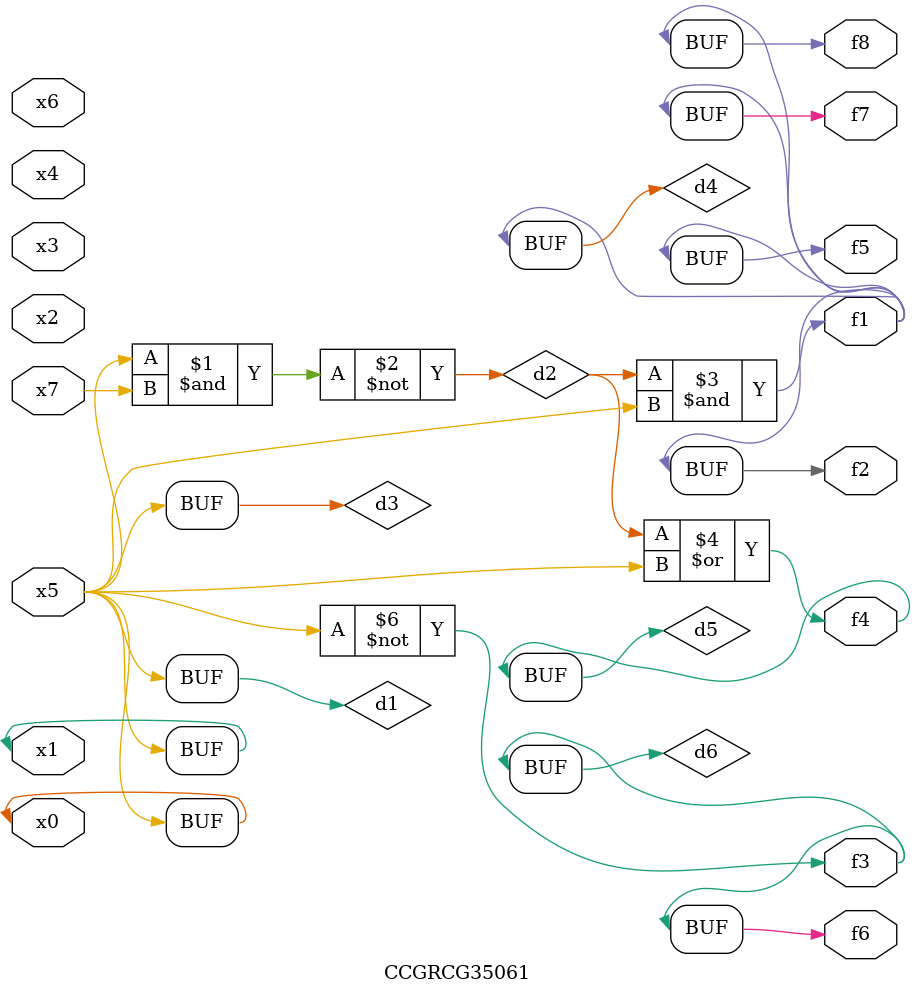
<source format=v>
module CCGRCG35061(
	input x0, x1, x2, x3, x4, x5, x6, x7,
	output f1, f2, f3, f4, f5, f6, f7, f8
);

	wire d1, d2, d3, d4, d5, d6;

	buf (d1, x0, x5);
	nand (d2, x5, x7);
	buf (d3, x0, x1);
	and (d4, d2, d3);
	or (d5, d2, d3);
	nor (d6, d1, d3);
	assign f1 = d4;
	assign f2 = d4;
	assign f3 = d6;
	assign f4 = d5;
	assign f5 = d4;
	assign f6 = d6;
	assign f7 = d4;
	assign f8 = d4;
endmodule

</source>
